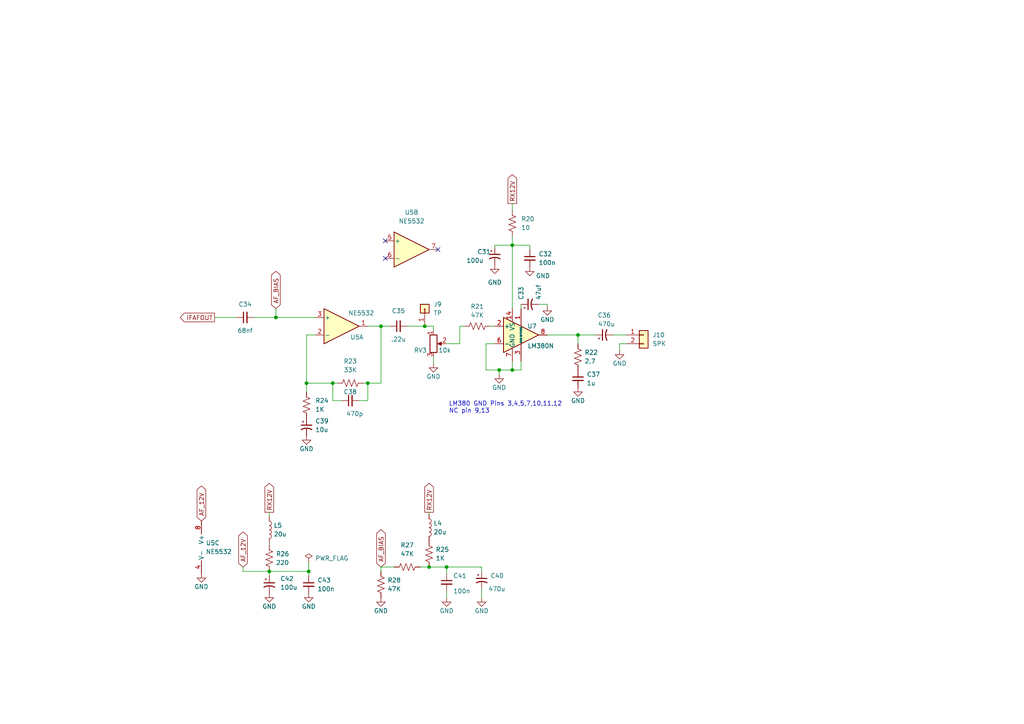
<source format=kicad_sch>
(kicad_sch (version 20211123) (generator eeschema)
  (paper "A4")
  (lib_symbols
    (symbol "Amplifier_Audio:LM380N" (pin_names (offset 0.127))
      (property "Reference" "U" (at 6.35 6.35 0))
      (property "Value" "LM380N" (at 6.35 3.81 0))
      (symbol "LM380N_0_1"
        (polyline (pts (xy -5.08 5.08) (xy 5.08 0) (xy -5.08 -5.08) (xy -5.08 5.08)) (stroke (width 0.254)) (fill (type background)))
      )
      (symbol "LM380N_1_1"
        (pin passive line (at 0 7.62 270) (length 5.08) (name "BYPASS") (number "1"))
        (pin passive line (at 0 -7.62 90) (length 5.08) hide (name "GND") (number "10"))
        (pin passive line (at 0 -7.62 90) (length 5.08) hide (name "GND") (number "11"))
        (pin passive line (at 0 -7.62 90) (length 5.08) hide (name "GND") (number "12"))
        (pin no_connect line (at 0 -2.54 90) (length 2.54) hide (name "NC") (number "13"))
        (pin power_in line (at -2.54 7.62 270) (length 3.81) (name "VS") (number "14"))
        (pin input line (at -7.62 2.54 0) (length 2.54) (name "+") (number "2"))
        (pin power_in line (at 0 -7.62 90) (length 5.08) (name "GND") (number "3"))
        (pin passive line (at 0 -7.62 90) (length 5.08) hide (name "GND") (number "4"))
        (pin passive line (at 0 -7.62 90) (length 5.08) hide (name "GND") (number "5"))
        (pin input line (at -7.62 -2.54 0) (length 2.54) (name "-") (number "6"))
        (pin power_in line (at -2.54 -7.62 90) (length 3.81) (name "GND") (number "7"))
        (pin output line (at 7.62 0 180) (length 2.54) (name "~") (number "8"))
        (pin no_connect line (at 0 2.54 270) (length 2.54) hide (name "NC") (number "9"))
      )
    )
    (symbol "Amplifier_Operational:NE5532" (pin_names (offset 0.127))
      (property "Reference" "U" (at 0 5.08 0))
      (property "Value" "NE5532" (at 0 -5.08 0))
      (symbol "NE5532_1_1"
        (polyline (pts (xy -5.08 5.08) (xy 5.08 0) (xy -5.08 -5.08) (xy -5.08 5.08)) (stroke (width 0.254)) (fill (type background)))
        (pin output line (at 7.62 0 180) (length 2.54) (name "~") (number "1"))
        (pin input line (at -7.62 -2.54 0) (length 2.54) (name "-") (number "2"))
        (pin input line (at -7.62 2.54 0) (length 2.54) (name "+") (number "3"))
      )
      (symbol "NE5532_2_1"
        (polyline (pts (xy -5.08 5.08) (xy 5.08 0) (xy -5.08 -5.08) (xy -5.08 5.08)) (stroke (width 0.254)) (fill (type background)))
        (pin input line (at -7.62 2.54 0) (length 2.54) (name "+") (number "5"))
        (pin input line (at -7.62 -2.54 0) (length 2.54) (name "-") (number "6"))
        (pin output line (at 7.62 0 180) (length 2.54) (name "~") (number "7"))
      )
      (symbol "NE5532_3_1"
        (pin power_in line (at -2.54 -7.62 90) (length 3.81) (name "V-") (number "4"))
        (pin power_in line (at -2.54 7.62 270) (length 3.81) (name "V+") (number "8"))
      )
    )
    (symbol "Connector_Generic:Conn_01x01" (pin_names (offset 1.016) hide)
      (property "Reference" "J" (at 0 2.54 0))
      (property "Value" "Conn_01x01" (at 0 -2.54 0))
      (symbol "Conn_01x01_1_1"
        (rectangle (start -1.27 0.127) (end 0 -0.127) (stroke (width 0.1524)))
        (rectangle (start -1.27 1.27) (end 1.27 -1.27) (stroke (width 0.254)) (fill (type background)))
        (pin passive line (at -5.08 0 0) (length 3.81) (name "Pin_1") (number "1"))
      )
    )
    (symbol "Connector_Generic:Conn_01x02" (pin_names (offset 1.016) hide)
      (property "Reference" "J" (at 0 2.54 0))
      (property "Value" "Conn_01x02" (at 0 -5.08 0))
      (symbol "Conn_01x02_1_1"
        (rectangle (start -1.27 -2.413) (end 0 -2.667) (stroke (width 0.1524)))
        (rectangle (start -1.27 0.127) (end 0 -0.127) (stroke (width 0.1524)))
        (rectangle (start -1.27 1.27) (end 1.27 -3.81) (stroke (width 0.254)) (fill (type background)))
        (pin passive line (at -5.08 0 0) (length 3.81) (name "Pin_1") (number "1"))
        (pin passive line (at -5.08 -2.54 0) (length 3.81) (name "Pin_2") (number "2"))
      )
    )
    (symbol "Device:C_Polarized_Small_US" (pin_numbers hide) (pin_names (offset 0.254) hide)
      (property "Reference" "C" (at 0.254 1.778 0))
      (property "Value" "C_Polarized_Small_US" (at 0.254 -2.032 0))
      (symbol "C_Polarized_Small_US_0_1"
        (polyline (pts (xy -1.524 0.508) (xy 1.524 0.508)) (stroke (width 0.3048)))
        (polyline (pts (xy -1.27 1.524) (xy -0.762 1.524)))
        (polyline (pts (xy -1.016 1.27) (xy -1.016 1.778)))
        (arc (start 1.524 -0.762) (mid 0 -0.3734) (end -1.524 -0.762) (stroke (width 0.3048)))
      )
      (symbol "C_Polarized_Small_US_1_1"
        (pin passive line (at 0 2.54 270) (length 2.032) (name "~") (number "1"))
        (pin passive line (at 0 -2.54 90) (length 2.032) (name "~") (number "2"))
      )
    )
    (symbol "Device:C_Small" (pin_numbers hide) (pin_names (offset 0.254) hide)
      (property "Reference" "C" (at 0.254 1.778 0))
      (property "Value" "C_Small" (at 0.254 -2.032 0))
      (symbol "C_Small_0_1"
        (polyline (pts (xy -1.524 -0.508) (xy 1.524 -0.508)) (stroke (width 0.3302)))
        (polyline (pts (xy -1.524 0.508) (xy 1.524 0.508)) (stroke (width 0.3048)))
      )
      (symbol "C_Small_1_1"
        (pin passive line (at 0 2.54 270) (length 2.032) (name "~") (number "1"))
        (pin passive line (at 0 -2.54 90) (length 2.032) (name "~") (number "2"))
      )
    )
    (symbol "Device:L" (pin_numbers hide) (pin_names (offset 1.016) hide)
      (property "Reference" "L" (at -1.27 0 90))
      (property "Value" "L" (at 1.905 0 90))
      (symbol "L_0_1"
        (arc (start 0 -2.54) (mid 0.635 -1.905) (end 0 -1.27))
        (arc (start 0 -1.27) (mid 0.635 -0.635) (end 0 0))
        (arc (start 0 0) (mid 0.635 0.635) (end 0 1.27))
        (arc (start 0 1.27) (mid 0.635 1.905) (end 0 2.54))
      )
      (symbol "L_1_1"
        (pin passive line (at 0 3.81 270) (length 1.27) (name "1") (number "1"))
        (pin passive line (at 0 -3.81 90) (length 1.27) (name "2") (number "2"))
      )
    )
    (symbol "Device:R_Potentiometer" (pin_names (offset 1.016) hide)
      (property "Reference" "RV" (at -4.445 0 90))
      (property "Value" "R_Potentiometer" (at -2.54 0 90))
      (symbol "R_Potentiometer_0_1"
        (polyline (pts (xy 2.54 0) (xy 1.524 0)))
        (polyline (pts (xy 1.143 0) (xy 2.286 0.508) (xy 2.286 -0.508) (xy 1.143 0)) (fill (type outline)))
        (rectangle (start 1.016 2.54) (end -1.016 -2.54) (stroke (width 0.254)))
      )
      (symbol "R_Potentiometer_1_1"
        (pin passive line (at 0 3.81 270) (length 1.27) (name "1") (number "1"))
        (pin passive line (at 3.81 0 180) (length 1.27) (name "2") (number "2"))
        (pin passive line (at 0 -3.81 90) (length 1.27) (name "3") (number "3"))
      )
    )
    (symbol "Device:R_US" (pin_numbers hide) (pin_names (offset 0))
      (property "Reference" "R" (at 2.54 0 90))
      (property "Value" "R_US" (at -2.54 0 90))
      (symbol "R_US_0_1"
        (polyline (pts (xy 0 -2.286) (xy 0 -2.54)))
        (polyline (pts (xy 0 2.286) (xy 0 2.54)))
        (polyline (pts (xy 0 -0.762) (xy 1.016 -1.143) (xy 0 -1.524) (xy -1.016 -1.905) (xy 0 -2.286)))
        (polyline (pts (xy 0 0.762) (xy 1.016 0.381) (xy 0 0) (xy -1.016 -0.381) (xy 0 -0.762)))
        (polyline (pts (xy 0 2.286) (xy 1.016 1.905) (xy 0 1.524) (xy -1.016 1.143) (xy 0 0.762)))
      )
      (symbol "R_US_1_1"
        (pin passive line (at 0 3.81 270) (length 1.27) (name "~") (number "1"))
        (pin passive line (at 0 -3.81 90) (length 1.27) (name "~") (number "2"))
      )
    )
    (symbol "power:GND" (power) (pin_names (offset 0))
      (property "Value" "GND" (at 0 -3.81 0))
      (symbol "GND_0_1"
        (polyline (pts (xy 0 0) (xy 0 -1.27) (xy 1.27 -1.27) (xy 0 -2.54) (xy -1.27 -1.27) (xy 0 -1.27)))
      )
      (symbol "GND_1_1"
        (pin power_in line (at 0 0 270) (length 0) hide (name "GND") (number "1"))
      )
    )
    (symbol "power:PWR_FLAG" (power) (pin_numbers hide) (pin_names (offset 0) hide)
      (property "Value" "PWR_FLAG" (at 0 3.81 0))
      (symbol "PWR_FLAG_0_0"
        (pin power_out line (at 0 0 90) (length 0) (name "pwr") (number "1"))
      )
      (symbol "PWR_FLAG_0_1"
        (polyline (pts (xy 0 0) (xy 0 1.27) (xy -1.016 1.905) (xy 0 2.54) (xy 1.016 1.905) (xy 0 1.27)))
      )
    )
  )
  (junction (at 96.52 111.125))
  (junction (at 78.105 165.735))
  (junction (at 110.49 94.615))
  (junction (at 144.78 107.315))
  (junction (at 148.59 107.315))
  (junction (at 80.01 92.075))
  (junction (at 167.64 97.155))
  (junction (at 124.46 164.465))
  (junction (at 129.54 164.465))
  (junction (at 88.9 111.125))
  (junction (at 89.535 165.735))
  (junction (at 106.68 111.125))
  (junction (at 123.19 94.615))
  (junction (at 148.59 71.12))
  (no_connect (at 111.76 69.85))
  (no_connect (at 127 72.39))
  (no_connect (at 111.76 74.93))
  (wire (pts (xy 139.7 164.465) (xy 129.54 164.465)))
  (wire (pts (xy 153.67 71.12) (xy 153.67 72.39)))
  (wire (pts (xy 144.78 107.315) (xy 140.97 107.315)))
  (wire (pts (xy 143.51 71.755) (xy 143.51 71.12)))
  (wire (pts (xy 148.59 104.775) (xy 148.59 107.315)))
  (wire (pts (xy 110.49 164.465) (xy 110.49 165.735)))
  (wire (pts (xy 88.9 111.125) (xy 88.9 113.665)))
  (wire (pts (xy 133.35 99.695) (xy 129.54 99.695)))
  (wire (pts (xy 78.105 148.59) (xy 78.105 149.86)))
  (wire (pts (xy 139.7 173.355) (xy 139.7 170.815)))
  (wire (pts (xy 78.105 167.005) (xy 78.105 165.735)))
  (wire (pts (xy 167.64 97.155) (xy 172.72 97.155)))
  (wire (pts (xy 133.35 94.615) (xy 133.35 99.695)))
  (wire (pts (xy 96.52 111.125) (xy 88.9 111.125)))
  (wire (pts (xy 96.52 116.205) (xy 96.52 111.125)))
  (wire (pts (xy 89.535 165.735) (xy 89.535 167.005)))
  (wire (pts (xy 62.23 92.075) (xy 68.58 92.075)))
  (wire (pts (xy 151.13 88.265) (xy 151.13 89.535)))
  (wire (pts (xy 125.73 94.615) (xy 125.73 95.885)))
  (wire (pts (xy 148.59 107.315) (xy 144.78 107.315)))
  (wire (pts (xy 80.01 92.075) (xy 91.44 92.075)))
  (wire (pts (xy 140.97 99.695) (xy 143.51 99.695)))
  (wire (pts (xy 144.78 107.315) (xy 144.78 108.585)))
  (wire (pts (xy 124.46 164.465) (xy 129.54 164.465)))
  (wire (pts (xy 143.51 71.12) (xy 148.59 71.12)))
  (wire (pts (xy 110.49 94.615) (xy 113.03 94.615)))
  (wire (pts (xy 106.68 94.615) (xy 110.49 94.615)))
  (wire (pts (xy 148.59 107.315) (xy 151.13 107.315)))
  (wire (pts (xy 78.105 165.735) (xy 89.535 165.735)))
  (wire (pts (xy 70.485 165.735) (xy 70.485 164.465)))
  (wire (pts (xy 151.13 104.775) (xy 151.13 107.315)))
  (wire (pts (xy 124.46 148.59) (xy 124.46 149.225)))
  (wire (pts (xy 148.59 71.12) (xy 153.67 71.12)))
  (wire (pts (xy 91.44 97.155) (xy 88.9 97.155)))
  (wire (pts (xy 142.24 94.615) (xy 143.51 94.615)))
  (wire (pts (xy 118.11 94.615) (xy 123.19 94.615)))
  (wire (pts (xy 125.73 103.505) (xy 125.73 105.41)))
  (wire (pts (xy 104.14 116.205) (xy 106.68 116.205)))
  (wire (pts (xy 134.62 94.615) (xy 133.35 94.615)))
  (wire (pts (xy 129.54 173.355) (xy 129.54 171.45)))
  (wire (pts (xy 158.75 88.265) (xy 158.75 88.9)))
  (wire (pts (xy 156.21 88.265) (xy 158.75 88.265)))
  (wire (pts (xy 148.59 59.055) (xy 148.59 60.96)))
  (wire (pts (xy 110.49 94.615) (xy 110.49 111.125)))
  (wire (pts (xy 167.64 99.695) (xy 167.64 97.155)))
  (wire (pts (xy 106.68 116.205) (xy 106.68 111.125)))
  (wire (pts (xy 121.92 164.465) (xy 124.46 164.465)))
  (wire (pts (xy 179.705 99.695) (xy 179.705 101.6)))
  (wire (pts (xy 73.66 92.075) (xy 80.01 92.075)))
  (wire (pts (xy 158.75 97.155) (xy 167.64 97.155)))
  (wire (pts (xy 99.06 116.205) (xy 96.52 116.205)))
  (wire (pts (xy 139.7 164.465) (xy 139.7 165.735)))
  (wire (pts (xy 148.59 71.12) (xy 148.59 89.535)))
  (wire (pts (xy 78.105 165.735) (xy 70.485 165.735)))
  (wire (pts (xy 88.9 97.155) (xy 88.9 111.125)))
  (wire (pts (xy 148.59 68.58) (xy 148.59 71.12)))
  (wire (pts (xy 80.01 89.535) (xy 80.01 92.075)))
  (wire (pts (xy 114.3 164.465) (xy 110.49 164.465)))
  (wire (pts (xy 129.54 164.465) (xy 129.54 166.37)))
  (wire (pts (xy 123.19 94.615) (xy 125.73 94.615)))
  (wire (pts (xy 89.535 163.195) (xy 89.535 165.735)))
  (wire (pts (xy 97.79 111.125) (xy 96.52 111.125)))
  (wire (pts (xy 105.41 111.125) (xy 106.68 111.125)))
  (wire (pts (xy 110.49 111.125) (xy 106.68 111.125)))
  (wire (pts (xy 140.97 107.315) (xy 140.97 99.695)))
  (wire (pts (xy 181.61 99.695) (xy 179.705 99.695)))
  (wire (pts (xy 78.105 157.48) (xy 78.105 158.115)))
  (wire (pts (xy 177.8 97.155) (xy 181.61 97.155)))
  (text "LM380 GND Pins 3,4,5,7,10,11,12 \nNC pin 9,13" (at 130.175 120.015 0) (effects (font (size 1.27 1.27)) (justify left bottom)))
  (global_label "RX12V" (shape output) (at 124.46 148.59 90) (property "Intersheet References" "${INTERSHEET_REFS}" (effects hide)))
  (global_label "AF_12V" (shape bidirectional) (at 70.485 164.465 90) (property "Intersheet References" "${INTERSHEET_REFS}" (effects hide)))
  (global_label "AF_BIAS" (shape bidirectional) (at 80.01 89.535 90) (property "Intersheet References" "${INTERSHEET_REFS}" (effects hide)))
  (global_label "AF_BIAS" (shape bidirectional) (at 110.49 164.465 90) (property "Intersheet References" "${INTERSHEET_REFS}" (effects hide)))
  (global_label "IFAFOUT" (shape output) (at 62.23 92.075 180) (property "Intersheet References" "${INTERSHEET_REFS}" (effects hide)))
  (global_label "RX12V" (shape output) (at 78.105 148.59 90) (property "Intersheet References" "${INTERSHEET_REFS}" (effects hide)))
  (global_label "AF_12V" (shape bidirectional) (at 58.42 151.13 90) (property "Intersheet References" "${INTERSHEET_REFS}" (effects hide)))
  (global_label "RX12V" (shape output) (at 148.59 59.055 90) (property "Intersheet References" "${INTERSHEET_REFS}" (effects hide)))
  (symbol (lib_id "Device:R_US") (at 110.49 169.545 0) (unit 1)
    (property "Reference" "R28" (at 112.395 168.2749 0) (effects (justify left)))
    (property "Value" "47K" (at 112.395 170.8149 0) (effects (justify left)))
    (property "Footprint" "Resistor_SMD:R_1206_3216Metric" (effects hide))
  )
  (symbol (lib_id "Device:R_US") (at 124.46 160.655 0) (unit 1)
    (property "Reference" "R25" (at 126.365 159.3849 0) (effects (justify left)))
    (property "Value" "1K" (at 126.365 161.9249 0) (effects (justify left)))
    (property "Footprint" "Resistor_SMD:R_1206_3216Metric" (effects hide))
  )
  (symbol (lib_id "Device:C_Small") (at 89.535 169.545 0) (unit 1)
    (property "Reference" "C43" (at 92.075 168.2812 0) (effects (justify left)))
    (property "Value" "100n" (at 92.075 170.8212 0) (effects (justify left)))
    (property "Footprint" "Capacitor_SMD:C_1206_3216Metric" (effects hide))
  )
  (symbol (lib_id "Device:R_US") (at 148.59 64.77 0) (unit 1)
    (property "Reference" "R20" (at 151.13 63.4999 0) (effects (justify left)))
    (property "Value" "10" (at 151.13 66.0399 0) (effects (justify left)))
    (property "Footprint" "Resistor_SMD:R_1206_3216Metric" (effects hide))
  )
  (symbol (lib_id "Amplifier_Operational:NE5532") (at 99.06 94.615 0) (unit 1)
    (property "Reference" "U5" (at 103.505 97.79 0))
    (property "Value" "NE5532" (at 104.775 90.805 0))
    (property "Footprint" "Package_SO:SOP-8_3.9x4.9mm_P1.27mm" (effects hide))
    (property "Datasheet" "http://www.ti.com/lit/ds/symlink/ne5532.pdf" (effects hide))
  )
  (symbol (lib_id "Connector_Generic:Conn_01x01") (at 123.19 89.535 90) (unit 1)
    (property "Reference" "J9" (at 125.73 88.2649 90) (effects (justify right)))
    (property "Value" "TP" (at 125.73 90.8049 90) (effects (justify right)))
    (property "Footprint" "Connector_PinHeader_1.00mm:PinHeader_1x01_P1.00mm_Vertical" (effects hide))
  )
  (symbol (lib_id "power:GND") (at 167.64 112.395 0) (unit 1)
    (property "Reference" "#PWR029" (effects hide))
    (property "Value" "GND" (at 167.64 116.205 0))
  )
  (symbol (lib_id "Device:C_Polarized_Small_US") (at 78.105 169.545 0) (unit 1)
    (property "Reference" "C42" (at 81.28 167.8431 0) (effects (justify left)))
    (property "Value" "100u" (at 81.28 170.3831 0) (effects (justify left)))
    (property "Footprint" "Capacitor_THT:CP_Radial_D8.0mm_P2.50mm" (effects hide))
  )
  (symbol (lib_id "Device:C_Small") (at 101.6 116.205 90) (unit 1)
    (property "Reference" "C38" (at 101.6 113.665 90))
    (property "Value" "470p" (at 102.87 120.015 90))
    (property "Footprint" "Capacitor_SMD:C_1206_3216Metric" (effects hide))
  )
  (symbol (lib_id "power:GND") (at 144.78 108.585 0) (unit 1)
    (property "Reference" "#PWR028" (effects hide))
    (property "Value" "GND" (at 144.78 112.395 0))
  )
  (symbol (lib_id "power:PWR_FLAG") (at 89.535 163.195 0) (unit 1)
    (property "Reference" "#FLG03" (effects hide))
    (property "Value" "PWR_FLAG" (at 91.44 161.9249 0) (effects (justify left)))
  )
  (symbol (lib_id "power:GND") (at 110.49 173.355 0) (unit 1)
    (property "Reference" "#PWR034" (effects hide))
    (property "Value" "GND" (at 110.49 177.165 0))
  )
  (symbol (lib_id "Device:C_Small") (at 71.12 92.075 90) (unit 1)
    (property "Reference" "C34" (at 71.12 88.265 90))
    (property "Value" "68nf" (at 71.12 95.885 90))
    (property "Footprint" "Capacitor_SMD:C_1206_3216Metric" (effects hide))
  )
  (symbol (lib_id "Device:R_US") (at 138.43 94.615 90) (unit 1)
    (property "Reference" "R21" (at 138.43 88.9 90))
    (property "Value" "47K" (at 138.43 91.44 90))
    (property "Footprint" "Resistor_SMD:R_1206_3216Metric" (effects hide))
  )
  (symbol (lib_id "Device:C_Small") (at 129.54 168.91 0) (unit 1)
    (property "Reference" "C41" (at 131.445 167.005 0) (effects (justify left)))
    (property "Value" "100n" (at 131.445 171.45 0) (effects (justify left)))
    (property "Footprint" "Capacitor_SMD:C_1206_3216Metric" (effects hide))
  )
  (symbol (lib_id "power:GND") (at 153.67 77.47 0) (unit 1)
    (property "Reference" "#PWR023" (effects hide))
    (property "Value" "GND" (at 157.48 80.01 0))
  )
  (symbol (lib_id "power:GND") (at 158.75 88.9 0) (unit 1)
    (property "Reference" "#PWR024" (effects hide))
    (property "Value" "GND" (at 158.75 92.71 0))
  )
  (symbol (lib_id "Device:C_Small") (at 167.64 109.855 0) (unit 1)
    (property "Reference" "C37" (at 170.18 108.5912 0) (effects (justify left)))
    (property "Value" "1u" (at 170.18 111.1312 0) (effects (justify left)))
    (property "Footprint" "Capacitor_SMD:C_1206_3216Metric" (effects hide))
  )
  (symbol (lib_id "Device:C_Polarized_Small_US") (at 88.9 123.825 0) (unit 1)
    (property "Reference" "C39" (at 91.44 122.1231 0) (effects (justify left)))
    (property "Value" "10u" (at 91.44 124.6631 0) (effects (justify left)))
    (property "Footprint" "Capacitor_THT:CP_Radial_D8.0mm_P2.50mm" (effects hide))
  )
  (symbol (lib_id "Device:C_Small") (at 115.57 94.615 90) (unit 1)
    (property "Reference" "C35" (at 115.57 90.17 90))
    (property "Value" ".22u" (at 115.57 98.425 90))
    (property "Footprint" "Capacitor_SMD:C_1206_3216Metric_Pad1.33x1.80mm_HandSolder" (effects hide))
  )
  (symbol (lib_id "Device:R_US") (at 118.11 164.465 90) (unit 1)
    (property "Reference" "R27" (at 118.11 158.115 90))
    (property "Value" "47K" (at 118.11 160.655 90))
    (property "Footprint" "Resistor_SMD:R_1206_3216Metric" (effects hide))
  )
  (symbol (lib_id "power:GND") (at 58.42 166.37 0) (unit 1)
    (property "Reference" "#PWR031" (effects hide))
    (property "Value" "GND" (at 58.42 170.18 0))
  )
  (symbol (lib_id "Device:C_Polarized_Small_US") (at 139.7 168.275 0) (unit 1)
    (property "Reference" "C40" (at 142.24 167.005 0) (effects (justify left)))
    (property "Value" "470u" (at 141.605 170.815 0) (effects (justify left)))
    (property "Footprint" "Capacitor_THT:CP_Radial_D8.0mm_P3.50mm" (effects hide))
  )
  (symbol (lib_id "Device:C_Polarized_Small_US") (at 143.51 74.295 0) (unit 1)
    (property "Reference" "C31" (at 138.43 73.025 0) (effects (justify left)))
    (property "Value" "100u" (at 135.255 75.565 0) (effects (justify left)))
    (property "Footprint" "Capacitor_THT:CP_Radial_D8.0mm_P2.50mm" (effects hide))
  )
  (symbol (lib_id "Device:C_Small") (at 153.67 74.93 0) (unit 1)
    (property "Reference" "C32" (at 156.21 73.6662 0) (effects (justify left)))
    (property "Value" "100n" (at 156.21 76.2062 0) (effects (justify left)))
    (property "Footprint" "Capacitor_SMD:C_1206_3216Metric" (effects hide))
  )
  (symbol (lib_id "Amplifier_Operational:NE5532") (at 60.96 158.75 0) (unit 3)
    (property "Reference" "U5" (at 59.69 157.4799 0) (effects (justify left)))
    (property "Value" "NE5532" (at 59.69 160.0199 0) (effects (justify left)))
    (property "Footprint" "Package_SO:SOP-8_3.9x4.9mm_P1.27mm" (effects hide))
    (property "Datasheet" "http://www.ti.com/lit/ds/symlink/ne5532.pdf" (effects hide))
  )
  (symbol (lib_id "Connector_Generic:Conn_01x02") (at 186.69 97.155 0) (unit 1)
    (property "Reference" "J10" (at 189.23 97.1549 0) (effects (justify left)))
    (property "Value" "SPK" (at 189.23 99.6949 0) (effects (justify left)))
    (property "Footprint" "Connector_PinHeader_2.54mm:PinHeader_1x02_P2.54mm_Vertical" (effects hide))
  )
  (symbol (lib_id "Amplifier_Operational:NE5532") (at 119.38 72.39 0) (unit 2)
    (property "Reference" "U5" (at 119.38 61.595 0))
    (property "Value" "NE5532" (at 119.38 64.135 0))
    (property "Footprint" "Package_SO:SOP-8_3.9x4.9mm_P1.27mm" (effects hide))
    (property "Datasheet" "http://www.ti.com/lit/ds/symlink/ne5532.pdf" (effects hide))
  )
  (symbol (lib_id "power:GND") (at 78.105 172.085 0) (unit 1)
    (property "Reference" "#PWR032" (effects hide))
    (property "Value" "GND" (at 78.105 175.895 0))
  )
  (symbol (lib_id "Device:R_US") (at 88.9 117.475 0) (unit 1)
    (property "Reference" "R24" (at 91.44 116.2049 0) (effects (justify left)))
    (property "Value" "1K" (at 91.44 118.7449 0) (effects (justify left)))
    (property "Footprint" "Resistor_SMD:R_1206_3216Metric" (effects hide))
  )
  (symbol (lib_id "Device:R_US") (at 167.64 103.505 0) (unit 1)
    (property "Reference" "R22" (at 169.545 102.2349 0) (effects (justify left)))
    (property "Value" "2.7" (at 169.545 104.7749 0) (effects (justify left)))
    (property "Footprint" "Resistor_SMD:R_1206_3216Metric" (effects hide))
  )
  (symbol (lib_id "power:GND") (at 139.7 173.355 0) (unit 1)
    (property "Reference" "#PWR036" (effects hide))
    (property "Value" "GND" (at 139.7 177.165 0))
  )
  (symbol (lib_id "Device:L") (at 78.105 153.67 0) (unit 1)
    (property "Reference" "L5" (at 79.375 152.3999 0) (effects (justify left)))
    (property "Value" "20u" (at 79.375 154.9399 0) (effects (justify left)))
    (property "Footprint" "Inductor_SMD:L_1206_3216Metric" (effects hide))
  )
  (symbol (lib_id "Device:R_US") (at 78.105 161.925 0) (unit 1)
    (property "Reference" "R26" (at 80.01 160.6549 0) (effects (justify left)))
    (property "Value" "220" (at 80.01 163.1949 0) (effects (justify left)))
    (property "Footprint" "Resistor_SMD:R_1206_3216Metric" (effects hide))
  )
  (symbol (lib_id "power:GND") (at 129.54 173.355 0) (unit 1)
    (property "Reference" "#PWR035" (effects hide))
    (property "Value" "GND" (at 129.54 177.165 0))
  )
  (symbol (lib_id "power:GND") (at 89.535 172.085 0) (unit 1)
    (property "Reference" "#PWR033" (effects hide))
    (property "Value" "GND" (at 89.535 175.895 0))
  )
  (symbol (lib_id "Device:C_Polarized_Small_US") (at 153.67 88.265 90) (unit 1)
    (property "Reference" "C33" (at 151.13 86.995 0) (effects (justify left)))
    (property "Value" "47uf" (at 156.21 86.995 0) (effects (justify left)))
    (property "Footprint" "Capacitor_THT:CP_Radial_D8.0mm_P2.50mm" (effects hide))
  )
  (symbol (lib_id "Device:L") (at 124.46 153.035 0) (unit 1)
    (property "Reference" "L4" (at 125.73 151.7649 0) (effects (justify left)))
    (property "Value" "20u" (at 125.73 154.3049 0) (effects (justify left)))
    (property "Footprint" "Inductor_SMD:L_1206_3216Metric" (effects hide))
  )
  (symbol (lib_id "power:GND") (at 143.51 76.835 0) (unit 1)
    (property "Reference" "#PWR022" (effects hide))
    (property "Value" "GND" (at 143.51 81.915 0))
  )
  (symbol (lib_id "Device:R_Potentiometer") (at 125.73 99.695 0) (unit 1)
    (property "Reference" "RV3" (at 123.825 101.6 0) (effects (justify right)))
    (property "Value" "10k" (at 130.81 101.6 0) (effects (justify right)))
    (property "Footprint" "Potentiometer_THT:Potentiometer_Bourns_3296W_Vertical" (effects hide))
  )
  (symbol (lib_id "Amplifier_Audio:LM380N") (at 151.13 97.155 0) (unit 1)
    (property "Reference" "U7" (at 154.305 94.615 0))
    (property "Value" "LM380N" (at 156.845 100.33 0))
    (property "Footprint" "Package_DIP:DIP-14_W7.62mm_Socket" (effects hide))
    (property "Datasheet" "http://www.ti.com/lit/ds/symlink/lm380.pdf" (effects hide))
  )
  (symbol (lib_id "power:GND") (at 125.73 105.41 0) (unit 1)
    (property "Reference" "#PWR027" (effects hide))
    (property "Value" "GND" (at 125.73 109.22 0))
  )
  (symbol (lib_id "power:GND") (at 179.705 101.6 0) (unit 1)
    (property "Reference" "#PWR025" (effects hide))
    (property "Value" "GND" (at 179.705 105.41 0))
  )
  (symbol (lib_id "Device:C_Polarized_Small_US") (at 175.26 97.155 90) (unit 1)
    (property "Reference" "C36" (at 175.26 91.44 90))
    (property "Value" "470u" (at 175.895 93.98 90))
    (property "Footprint" "Capacitor_THT:CP_Radial_D8.0mm_P3.50mm" (effects hide))
  )
  (symbol (lib_id "Device:R_US") (at 101.6 111.125 90) (unit 1)
    (property "Reference" "R23" (at 101.6 104.775 90))
    (property "Value" "33K" (at 101.6 107.315 90))
    (property "Footprint" "Resistor_SMD:R_1206_3216Metric" (effects hide))
  )
  (symbol (lib_id "power:GND") (at 88.9 126.365 0) (unit 1)
    (property "Reference" "#PWR030" (effects hide))
    (property "Value" "GND" (at 88.9 130.175 0))
  )
)
</source>
